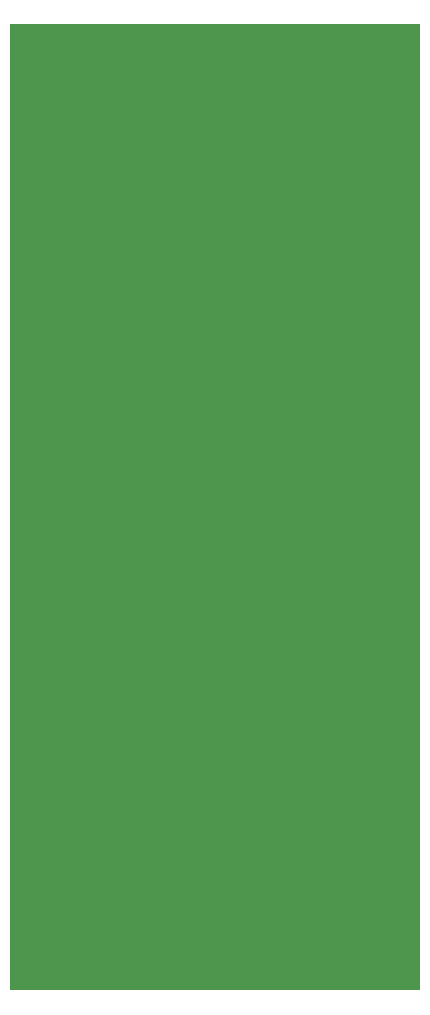
<source format=gbl>
G04 ===== Begin FILE IDENTIFICATION =====*
G04 File Format:  Gerber RS274X*
G04 ===== End FILE IDENTIFICATION =====*
%FSLAX24Y24*%
%MOMM*%
%SFA1.0000B1.0000*%
%OFA0.0B0.0*%
%ADD14R,34.680000X81.890000*%
%LNdefault*%
%IPPOS*%
%LPD*%
G75*
D14*
X-533600Y-949450D03*
M02*


</source>
